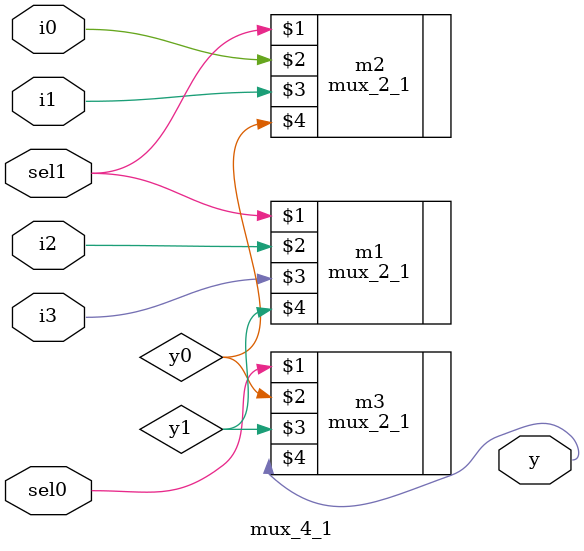
<source format=v>
module mux_4_1(
  input sel0, sel1,
  input  i0,i1,i2,i3,
  output reg y);
  
  wire y0, y1;
  
  mux_2_1 m1(sel1, i2, i3, y1);
  mux_2_1 m2(sel1, i0, i1, y0);
  mux_2_1 m3(sel0, y0, y1, y);
endmodule

</source>
